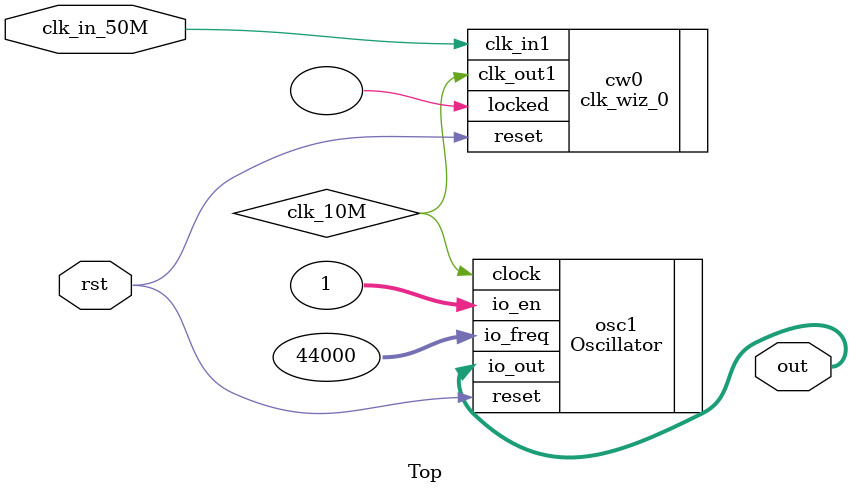
<source format=sv>
module Top(
    input           clk_in_50M,
    input           rst,
    output  [15:0]  out
    );

    logic clk_10M;

    clk_wiz_0 cw0(
        .clk_in1(clk_in_50M),
        .reset(rst),
        .clk_out1(clk_10M),
        .locked()
    );

    Oscillator osc1(
        .clock(clk_10M),
        .reset(rst),
        .io_en(1),
        .io_freq(32'd44000), // A440
        .io_out(out)
    );

endmodule

</source>
